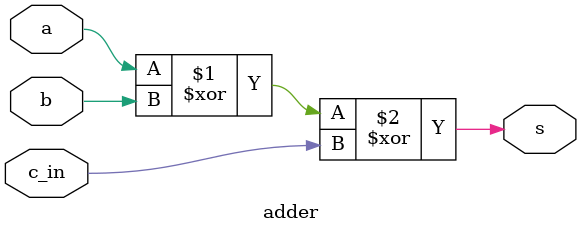
<source format=v>

module adder(
            input a, 
            input b, 
            input c_in, 
            output s
            );

	assign s = a ^ b ^ c_in;
	// Use this adder for CLA

endmodule
</source>
